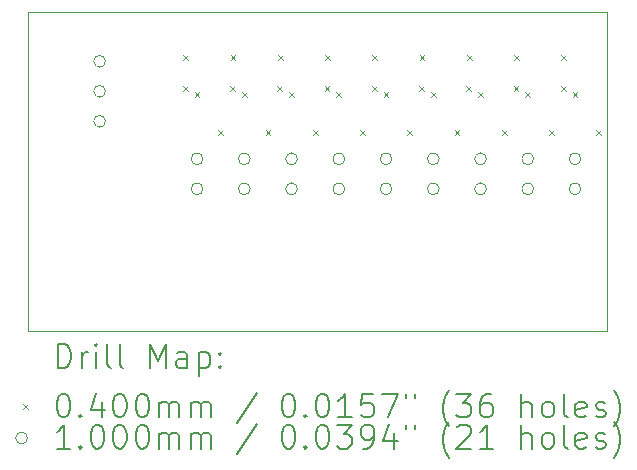
<source format=gbr>
%FSLAX45Y45*%
G04 Gerber Fmt 4.5, Leading zero omitted, Abs format (unit mm)*
G04 Created by KiCad (PCBNEW (6.0.2)) date 2022-02-22 17:34:32*
%MOMM*%
%LPD*%
G01*
G04 APERTURE LIST*
%TA.AperFunction,Profile*%
%ADD10C,0.100000*%
%TD*%
%ADD11C,0.200000*%
%ADD12C,0.040000*%
%ADD13C,0.100000*%
G04 APERTURE END LIST*
D10*
X2970000Y-5000000D02*
X7870000Y-5000000D01*
X7870000Y-5000000D02*
X7870000Y-7700000D01*
X7870000Y-7700000D02*
X2970000Y-7700000D01*
X2970000Y-7700000D02*
X2970000Y-5000000D01*
D11*
D12*
X4280000Y-5630000D02*
X4320000Y-5670000D01*
X4320000Y-5630000D02*
X4280000Y-5670000D01*
X4285000Y-5365000D02*
X4325000Y-5405000D01*
X4325000Y-5365000D02*
X4285000Y-5405000D01*
X4380000Y-5680000D02*
X4420000Y-5720000D01*
X4420000Y-5680000D02*
X4380000Y-5720000D01*
X4580000Y-6000000D02*
X4620000Y-6040000D01*
X4620000Y-6000000D02*
X4580000Y-6040000D01*
X4680000Y-5632500D02*
X4720000Y-5672500D01*
X4720000Y-5632500D02*
X4680000Y-5672500D01*
X4685000Y-5367500D02*
X4725000Y-5407500D01*
X4725000Y-5367500D02*
X4685000Y-5407500D01*
X4780000Y-5680000D02*
X4820000Y-5720000D01*
X4820000Y-5680000D02*
X4780000Y-5720000D01*
X4980000Y-6000000D02*
X5020000Y-6040000D01*
X5020000Y-6000000D02*
X4980000Y-6040000D01*
X5080000Y-5632500D02*
X5120000Y-5672500D01*
X5120000Y-5632500D02*
X5080000Y-5672500D01*
X5085000Y-5367500D02*
X5125000Y-5407500D01*
X5125000Y-5367500D02*
X5085000Y-5407500D01*
X5180000Y-5680000D02*
X5220000Y-5720000D01*
X5220000Y-5680000D02*
X5180000Y-5720000D01*
X5380000Y-6000000D02*
X5420000Y-6040000D01*
X5420000Y-6000000D02*
X5380000Y-6040000D01*
X5480000Y-5632500D02*
X5520000Y-5672500D01*
X5520000Y-5632500D02*
X5480000Y-5672500D01*
X5485000Y-5367500D02*
X5525000Y-5407500D01*
X5525000Y-5367500D02*
X5485000Y-5407500D01*
X5580000Y-5680000D02*
X5620000Y-5720000D01*
X5620000Y-5680000D02*
X5580000Y-5720000D01*
X5780000Y-6000000D02*
X5820000Y-6040000D01*
X5820000Y-6000000D02*
X5780000Y-6040000D01*
X5880000Y-5632500D02*
X5920000Y-5672500D01*
X5920000Y-5632500D02*
X5880000Y-5672500D01*
X5885000Y-5367500D02*
X5925000Y-5407500D01*
X5925000Y-5367500D02*
X5885000Y-5407500D01*
X5980000Y-5680000D02*
X6020000Y-5720000D01*
X6020000Y-5680000D02*
X5980000Y-5720000D01*
X6180000Y-6000000D02*
X6220000Y-6040000D01*
X6220000Y-6000000D02*
X6180000Y-6040000D01*
X6280000Y-5632500D02*
X6320000Y-5672500D01*
X6320000Y-5632500D02*
X6280000Y-5672500D01*
X6285000Y-5367500D02*
X6325000Y-5407500D01*
X6325000Y-5367500D02*
X6285000Y-5407500D01*
X6380000Y-5680000D02*
X6420000Y-5720000D01*
X6420000Y-5680000D02*
X6380000Y-5720000D01*
X6580000Y-6000000D02*
X6620000Y-6040000D01*
X6620000Y-6000000D02*
X6580000Y-6040000D01*
X6680000Y-5632500D02*
X6720000Y-5672500D01*
X6720000Y-5632500D02*
X6680000Y-5672500D01*
X6685000Y-5367500D02*
X6725000Y-5407500D01*
X6725000Y-5367500D02*
X6685000Y-5407500D01*
X6780000Y-5680000D02*
X6820000Y-5720000D01*
X6820000Y-5680000D02*
X6780000Y-5720000D01*
X6980000Y-6000000D02*
X7020000Y-6040000D01*
X7020000Y-6000000D02*
X6980000Y-6040000D01*
X7080000Y-5632500D02*
X7120000Y-5672500D01*
X7120000Y-5632500D02*
X7080000Y-5672500D01*
X7085000Y-5367500D02*
X7125000Y-5407500D01*
X7125000Y-5367500D02*
X7085000Y-5407500D01*
X7180000Y-5680000D02*
X7220000Y-5720000D01*
X7220000Y-5680000D02*
X7180000Y-5720000D01*
X7380000Y-6000000D02*
X7420000Y-6040000D01*
X7420000Y-6000000D02*
X7380000Y-6040000D01*
X7480000Y-5632500D02*
X7520000Y-5672500D01*
X7520000Y-5632500D02*
X7480000Y-5672500D01*
X7485000Y-5367500D02*
X7525000Y-5407500D01*
X7525000Y-5367500D02*
X7485000Y-5407500D01*
X7580000Y-5680000D02*
X7620000Y-5720000D01*
X7620000Y-5680000D02*
X7580000Y-5720000D01*
X7780000Y-6000000D02*
X7820000Y-6040000D01*
X7820000Y-6000000D02*
X7780000Y-6040000D01*
D13*
X3625000Y-5419500D02*
G75*
G03*
X3625000Y-5419500I-50000J0D01*
G01*
X3625000Y-5673500D02*
G75*
G03*
X3625000Y-5673500I-50000J0D01*
G01*
X3625000Y-5927500D02*
G75*
G03*
X3625000Y-5927500I-50000J0D01*
G01*
X4450000Y-6246000D02*
G75*
G03*
X4450000Y-6246000I-50000J0D01*
G01*
X4450000Y-6500000D02*
G75*
G03*
X4450000Y-6500000I-50000J0D01*
G01*
X4850000Y-6246000D02*
G75*
G03*
X4850000Y-6246000I-50000J0D01*
G01*
X4850000Y-6500000D02*
G75*
G03*
X4850000Y-6500000I-50000J0D01*
G01*
X5250000Y-6246000D02*
G75*
G03*
X5250000Y-6246000I-50000J0D01*
G01*
X5250000Y-6500000D02*
G75*
G03*
X5250000Y-6500000I-50000J0D01*
G01*
X5650000Y-6246000D02*
G75*
G03*
X5650000Y-6246000I-50000J0D01*
G01*
X5650000Y-6500000D02*
G75*
G03*
X5650000Y-6500000I-50000J0D01*
G01*
X6050000Y-6246000D02*
G75*
G03*
X6050000Y-6246000I-50000J0D01*
G01*
X6050000Y-6500000D02*
G75*
G03*
X6050000Y-6500000I-50000J0D01*
G01*
X6450000Y-6246000D02*
G75*
G03*
X6450000Y-6246000I-50000J0D01*
G01*
X6450000Y-6500000D02*
G75*
G03*
X6450000Y-6500000I-50000J0D01*
G01*
X6850000Y-6246000D02*
G75*
G03*
X6850000Y-6246000I-50000J0D01*
G01*
X6850000Y-6500000D02*
G75*
G03*
X6850000Y-6500000I-50000J0D01*
G01*
X7250000Y-6246000D02*
G75*
G03*
X7250000Y-6246000I-50000J0D01*
G01*
X7250000Y-6500000D02*
G75*
G03*
X7250000Y-6500000I-50000J0D01*
G01*
X7650000Y-6246000D02*
G75*
G03*
X7650000Y-6246000I-50000J0D01*
G01*
X7650000Y-6500000D02*
G75*
G03*
X7650000Y-6500000I-50000J0D01*
G01*
D11*
X3222619Y-8015476D02*
X3222619Y-7815476D01*
X3270238Y-7815476D01*
X3298809Y-7825000D01*
X3317857Y-7844048D01*
X3327381Y-7863095D01*
X3336905Y-7901190D01*
X3336905Y-7929762D01*
X3327381Y-7967857D01*
X3317857Y-7986905D01*
X3298809Y-8005952D01*
X3270238Y-8015476D01*
X3222619Y-8015476D01*
X3422619Y-8015476D02*
X3422619Y-7882143D01*
X3422619Y-7920238D02*
X3432143Y-7901190D01*
X3441667Y-7891667D01*
X3460714Y-7882143D01*
X3479762Y-7882143D01*
X3546428Y-8015476D02*
X3546428Y-7882143D01*
X3546428Y-7815476D02*
X3536905Y-7825000D01*
X3546428Y-7834524D01*
X3555952Y-7825000D01*
X3546428Y-7815476D01*
X3546428Y-7834524D01*
X3670238Y-8015476D02*
X3651190Y-8005952D01*
X3641667Y-7986905D01*
X3641667Y-7815476D01*
X3775000Y-8015476D02*
X3755952Y-8005952D01*
X3746428Y-7986905D01*
X3746428Y-7815476D01*
X4003571Y-8015476D02*
X4003571Y-7815476D01*
X4070238Y-7958333D01*
X4136905Y-7815476D01*
X4136905Y-8015476D01*
X4317857Y-8015476D02*
X4317857Y-7910714D01*
X4308333Y-7891667D01*
X4289286Y-7882143D01*
X4251190Y-7882143D01*
X4232143Y-7891667D01*
X4317857Y-8005952D02*
X4298810Y-8015476D01*
X4251190Y-8015476D01*
X4232143Y-8005952D01*
X4222619Y-7986905D01*
X4222619Y-7967857D01*
X4232143Y-7948809D01*
X4251190Y-7939286D01*
X4298810Y-7939286D01*
X4317857Y-7929762D01*
X4413095Y-7882143D02*
X4413095Y-8082143D01*
X4413095Y-7891667D02*
X4432143Y-7882143D01*
X4470238Y-7882143D01*
X4489286Y-7891667D01*
X4498810Y-7901190D01*
X4508333Y-7920238D01*
X4508333Y-7977381D01*
X4498810Y-7996428D01*
X4489286Y-8005952D01*
X4470238Y-8015476D01*
X4432143Y-8015476D01*
X4413095Y-8005952D01*
X4594048Y-7996428D02*
X4603571Y-8005952D01*
X4594048Y-8015476D01*
X4584524Y-8005952D01*
X4594048Y-7996428D01*
X4594048Y-8015476D01*
X4594048Y-7891667D02*
X4603571Y-7901190D01*
X4594048Y-7910714D01*
X4584524Y-7901190D01*
X4594048Y-7891667D01*
X4594048Y-7910714D01*
D12*
X2925000Y-8325000D02*
X2965000Y-8365000D01*
X2965000Y-8325000D02*
X2925000Y-8365000D01*
D11*
X3260714Y-8235476D02*
X3279762Y-8235476D01*
X3298809Y-8245000D01*
X3308333Y-8254524D01*
X3317857Y-8273571D01*
X3327381Y-8311667D01*
X3327381Y-8359286D01*
X3317857Y-8397381D01*
X3308333Y-8416429D01*
X3298809Y-8425952D01*
X3279762Y-8435476D01*
X3260714Y-8435476D01*
X3241667Y-8425952D01*
X3232143Y-8416429D01*
X3222619Y-8397381D01*
X3213095Y-8359286D01*
X3213095Y-8311667D01*
X3222619Y-8273571D01*
X3232143Y-8254524D01*
X3241667Y-8245000D01*
X3260714Y-8235476D01*
X3413095Y-8416429D02*
X3422619Y-8425952D01*
X3413095Y-8435476D01*
X3403571Y-8425952D01*
X3413095Y-8416429D01*
X3413095Y-8435476D01*
X3594048Y-8302143D02*
X3594048Y-8435476D01*
X3546428Y-8225952D02*
X3498809Y-8368809D01*
X3622619Y-8368809D01*
X3736905Y-8235476D02*
X3755952Y-8235476D01*
X3775000Y-8245000D01*
X3784524Y-8254524D01*
X3794048Y-8273571D01*
X3803571Y-8311667D01*
X3803571Y-8359286D01*
X3794048Y-8397381D01*
X3784524Y-8416429D01*
X3775000Y-8425952D01*
X3755952Y-8435476D01*
X3736905Y-8435476D01*
X3717857Y-8425952D01*
X3708333Y-8416429D01*
X3698809Y-8397381D01*
X3689286Y-8359286D01*
X3689286Y-8311667D01*
X3698809Y-8273571D01*
X3708333Y-8254524D01*
X3717857Y-8245000D01*
X3736905Y-8235476D01*
X3927381Y-8235476D02*
X3946428Y-8235476D01*
X3965476Y-8245000D01*
X3975000Y-8254524D01*
X3984524Y-8273571D01*
X3994048Y-8311667D01*
X3994048Y-8359286D01*
X3984524Y-8397381D01*
X3975000Y-8416429D01*
X3965476Y-8425952D01*
X3946428Y-8435476D01*
X3927381Y-8435476D01*
X3908333Y-8425952D01*
X3898809Y-8416429D01*
X3889286Y-8397381D01*
X3879762Y-8359286D01*
X3879762Y-8311667D01*
X3889286Y-8273571D01*
X3898809Y-8254524D01*
X3908333Y-8245000D01*
X3927381Y-8235476D01*
X4079762Y-8435476D02*
X4079762Y-8302143D01*
X4079762Y-8321190D02*
X4089286Y-8311667D01*
X4108333Y-8302143D01*
X4136905Y-8302143D01*
X4155952Y-8311667D01*
X4165476Y-8330714D01*
X4165476Y-8435476D01*
X4165476Y-8330714D02*
X4175000Y-8311667D01*
X4194048Y-8302143D01*
X4222619Y-8302143D01*
X4241667Y-8311667D01*
X4251190Y-8330714D01*
X4251190Y-8435476D01*
X4346429Y-8435476D02*
X4346429Y-8302143D01*
X4346429Y-8321190D02*
X4355952Y-8311667D01*
X4375000Y-8302143D01*
X4403571Y-8302143D01*
X4422619Y-8311667D01*
X4432143Y-8330714D01*
X4432143Y-8435476D01*
X4432143Y-8330714D02*
X4441667Y-8311667D01*
X4460714Y-8302143D01*
X4489286Y-8302143D01*
X4508333Y-8311667D01*
X4517857Y-8330714D01*
X4517857Y-8435476D01*
X4908333Y-8225952D02*
X4736905Y-8483095D01*
X5165476Y-8235476D02*
X5184524Y-8235476D01*
X5203571Y-8245000D01*
X5213095Y-8254524D01*
X5222619Y-8273571D01*
X5232143Y-8311667D01*
X5232143Y-8359286D01*
X5222619Y-8397381D01*
X5213095Y-8416429D01*
X5203571Y-8425952D01*
X5184524Y-8435476D01*
X5165476Y-8435476D01*
X5146429Y-8425952D01*
X5136905Y-8416429D01*
X5127381Y-8397381D01*
X5117857Y-8359286D01*
X5117857Y-8311667D01*
X5127381Y-8273571D01*
X5136905Y-8254524D01*
X5146429Y-8245000D01*
X5165476Y-8235476D01*
X5317857Y-8416429D02*
X5327381Y-8425952D01*
X5317857Y-8435476D01*
X5308333Y-8425952D01*
X5317857Y-8416429D01*
X5317857Y-8435476D01*
X5451190Y-8235476D02*
X5470238Y-8235476D01*
X5489286Y-8245000D01*
X5498810Y-8254524D01*
X5508333Y-8273571D01*
X5517857Y-8311667D01*
X5517857Y-8359286D01*
X5508333Y-8397381D01*
X5498810Y-8416429D01*
X5489286Y-8425952D01*
X5470238Y-8435476D01*
X5451190Y-8435476D01*
X5432143Y-8425952D01*
X5422619Y-8416429D01*
X5413095Y-8397381D01*
X5403571Y-8359286D01*
X5403571Y-8311667D01*
X5413095Y-8273571D01*
X5422619Y-8254524D01*
X5432143Y-8245000D01*
X5451190Y-8235476D01*
X5708333Y-8435476D02*
X5594048Y-8435476D01*
X5651190Y-8435476D02*
X5651190Y-8235476D01*
X5632143Y-8264048D01*
X5613095Y-8283095D01*
X5594048Y-8292619D01*
X5889286Y-8235476D02*
X5794048Y-8235476D01*
X5784524Y-8330714D01*
X5794048Y-8321190D01*
X5813095Y-8311667D01*
X5860714Y-8311667D01*
X5879762Y-8321190D01*
X5889286Y-8330714D01*
X5898809Y-8349762D01*
X5898809Y-8397381D01*
X5889286Y-8416429D01*
X5879762Y-8425952D01*
X5860714Y-8435476D01*
X5813095Y-8435476D01*
X5794048Y-8425952D01*
X5784524Y-8416429D01*
X5965476Y-8235476D02*
X6098809Y-8235476D01*
X6013095Y-8435476D01*
X6165476Y-8235476D02*
X6165476Y-8273571D01*
X6241667Y-8235476D02*
X6241667Y-8273571D01*
X6536905Y-8511667D02*
X6527381Y-8502143D01*
X6508333Y-8473571D01*
X6498809Y-8454524D01*
X6489286Y-8425952D01*
X6479762Y-8378333D01*
X6479762Y-8340238D01*
X6489286Y-8292619D01*
X6498809Y-8264048D01*
X6508333Y-8245000D01*
X6527381Y-8216428D01*
X6536905Y-8206905D01*
X6594048Y-8235476D02*
X6717857Y-8235476D01*
X6651190Y-8311667D01*
X6679762Y-8311667D01*
X6698809Y-8321190D01*
X6708333Y-8330714D01*
X6717857Y-8349762D01*
X6717857Y-8397381D01*
X6708333Y-8416429D01*
X6698809Y-8425952D01*
X6679762Y-8435476D01*
X6622619Y-8435476D01*
X6603571Y-8425952D01*
X6594048Y-8416429D01*
X6889286Y-8235476D02*
X6851190Y-8235476D01*
X6832143Y-8245000D01*
X6822619Y-8254524D01*
X6803571Y-8283095D01*
X6794048Y-8321190D01*
X6794048Y-8397381D01*
X6803571Y-8416429D01*
X6813095Y-8425952D01*
X6832143Y-8435476D01*
X6870238Y-8435476D01*
X6889286Y-8425952D01*
X6898809Y-8416429D01*
X6908333Y-8397381D01*
X6908333Y-8349762D01*
X6898809Y-8330714D01*
X6889286Y-8321190D01*
X6870238Y-8311667D01*
X6832143Y-8311667D01*
X6813095Y-8321190D01*
X6803571Y-8330714D01*
X6794048Y-8349762D01*
X7146428Y-8435476D02*
X7146428Y-8235476D01*
X7232143Y-8435476D02*
X7232143Y-8330714D01*
X7222619Y-8311667D01*
X7203571Y-8302143D01*
X7175000Y-8302143D01*
X7155952Y-8311667D01*
X7146428Y-8321190D01*
X7355952Y-8435476D02*
X7336905Y-8425952D01*
X7327381Y-8416429D01*
X7317857Y-8397381D01*
X7317857Y-8340238D01*
X7327381Y-8321190D01*
X7336905Y-8311667D01*
X7355952Y-8302143D01*
X7384524Y-8302143D01*
X7403571Y-8311667D01*
X7413095Y-8321190D01*
X7422619Y-8340238D01*
X7422619Y-8397381D01*
X7413095Y-8416429D01*
X7403571Y-8425952D01*
X7384524Y-8435476D01*
X7355952Y-8435476D01*
X7536905Y-8435476D02*
X7517857Y-8425952D01*
X7508333Y-8406905D01*
X7508333Y-8235476D01*
X7689286Y-8425952D02*
X7670238Y-8435476D01*
X7632143Y-8435476D01*
X7613095Y-8425952D01*
X7603571Y-8406905D01*
X7603571Y-8330714D01*
X7613095Y-8311667D01*
X7632143Y-8302143D01*
X7670238Y-8302143D01*
X7689286Y-8311667D01*
X7698809Y-8330714D01*
X7698809Y-8349762D01*
X7603571Y-8368809D01*
X7775000Y-8425952D02*
X7794048Y-8435476D01*
X7832143Y-8435476D01*
X7851190Y-8425952D01*
X7860714Y-8406905D01*
X7860714Y-8397381D01*
X7851190Y-8378333D01*
X7832143Y-8368809D01*
X7803571Y-8368809D01*
X7784524Y-8359286D01*
X7775000Y-8340238D01*
X7775000Y-8330714D01*
X7784524Y-8311667D01*
X7803571Y-8302143D01*
X7832143Y-8302143D01*
X7851190Y-8311667D01*
X7927381Y-8511667D02*
X7936905Y-8502143D01*
X7955952Y-8473571D01*
X7965476Y-8454524D01*
X7975000Y-8425952D01*
X7984524Y-8378333D01*
X7984524Y-8340238D01*
X7975000Y-8292619D01*
X7965476Y-8264048D01*
X7955952Y-8245000D01*
X7936905Y-8216428D01*
X7927381Y-8206905D01*
D13*
X2965000Y-8609000D02*
G75*
G03*
X2965000Y-8609000I-50000J0D01*
G01*
D11*
X3327381Y-8699476D02*
X3213095Y-8699476D01*
X3270238Y-8699476D02*
X3270238Y-8499476D01*
X3251190Y-8528048D01*
X3232143Y-8547095D01*
X3213095Y-8556619D01*
X3413095Y-8680429D02*
X3422619Y-8689952D01*
X3413095Y-8699476D01*
X3403571Y-8689952D01*
X3413095Y-8680429D01*
X3413095Y-8699476D01*
X3546428Y-8499476D02*
X3565476Y-8499476D01*
X3584524Y-8509000D01*
X3594048Y-8518524D01*
X3603571Y-8537571D01*
X3613095Y-8575667D01*
X3613095Y-8623286D01*
X3603571Y-8661381D01*
X3594048Y-8680429D01*
X3584524Y-8689952D01*
X3565476Y-8699476D01*
X3546428Y-8699476D01*
X3527381Y-8689952D01*
X3517857Y-8680429D01*
X3508333Y-8661381D01*
X3498809Y-8623286D01*
X3498809Y-8575667D01*
X3508333Y-8537571D01*
X3517857Y-8518524D01*
X3527381Y-8509000D01*
X3546428Y-8499476D01*
X3736905Y-8499476D02*
X3755952Y-8499476D01*
X3775000Y-8509000D01*
X3784524Y-8518524D01*
X3794048Y-8537571D01*
X3803571Y-8575667D01*
X3803571Y-8623286D01*
X3794048Y-8661381D01*
X3784524Y-8680429D01*
X3775000Y-8689952D01*
X3755952Y-8699476D01*
X3736905Y-8699476D01*
X3717857Y-8689952D01*
X3708333Y-8680429D01*
X3698809Y-8661381D01*
X3689286Y-8623286D01*
X3689286Y-8575667D01*
X3698809Y-8537571D01*
X3708333Y-8518524D01*
X3717857Y-8509000D01*
X3736905Y-8499476D01*
X3927381Y-8499476D02*
X3946428Y-8499476D01*
X3965476Y-8509000D01*
X3975000Y-8518524D01*
X3984524Y-8537571D01*
X3994048Y-8575667D01*
X3994048Y-8623286D01*
X3984524Y-8661381D01*
X3975000Y-8680429D01*
X3965476Y-8689952D01*
X3946428Y-8699476D01*
X3927381Y-8699476D01*
X3908333Y-8689952D01*
X3898809Y-8680429D01*
X3889286Y-8661381D01*
X3879762Y-8623286D01*
X3879762Y-8575667D01*
X3889286Y-8537571D01*
X3898809Y-8518524D01*
X3908333Y-8509000D01*
X3927381Y-8499476D01*
X4079762Y-8699476D02*
X4079762Y-8566143D01*
X4079762Y-8585190D02*
X4089286Y-8575667D01*
X4108333Y-8566143D01*
X4136905Y-8566143D01*
X4155952Y-8575667D01*
X4165476Y-8594714D01*
X4165476Y-8699476D01*
X4165476Y-8594714D02*
X4175000Y-8575667D01*
X4194048Y-8566143D01*
X4222619Y-8566143D01*
X4241667Y-8575667D01*
X4251190Y-8594714D01*
X4251190Y-8699476D01*
X4346429Y-8699476D02*
X4346429Y-8566143D01*
X4346429Y-8585190D02*
X4355952Y-8575667D01*
X4375000Y-8566143D01*
X4403571Y-8566143D01*
X4422619Y-8575667D01*
X4432143Y-8594714D01*
X4432143Y-8699476D01*
X4432143Y-8594714D02*
X4441667Y-8575667D01*
X4460714Y-8566143D01*
X4489286Y-8566143D01*
X4508333Y-8575667D01*
X4517857Y-8594714D01*
X4517857Y-8699476D01*
X4908333Y-8489952D02*
X4736905Y-8747095D01*
X5165476Y-8499476D02*
X5184524Y-8499476D01*
X5203571Y-8509000D01*
X5213095Y-8518524D01*
X5222619Y-8537571D01*
X5232143Y-8575667D01*
X5232143Y-8623286D01*
X5222619Y-8661381D01*
X5213095Y-8680429D01*
X5203571Y-8689952D01*
X5184524Y-8699476D01*
X5165476Y-8699476D01*
X5146429Y-8689952D01*
X5136905Y-8680429D01*
X5127381Y-8661381D01*
X5117857Y-8623286D01*
X5117857Y-8575667D01*
X5127381Y-8537571D01*
X5136905Y-8518524D01*
X5146429Y-8509000D01*
X5165476Y-8499476D01*
X5317857Y-8680429D02*
X5327381Y-8689952D01*
X5317857Y-8699476D01*
X5308333Y-8689952D01*
X5317857Y-8680429D01*
X5317857Y-8699476D01*
X5451190Y-8499476D02*
X5470238Y-8499476D01*
X5489286Y-8509000D01*
X5498810Y-8518524D01*
X5508333Y-8537571D01*
X5517857Y-8575667D01*
X5517857Y-8623286D01*
X5508333Y-8661381D01*
X5498810Y-8680429D01*
X5489286Y-8689952D01*
X5470238Y-8699476D01*
X5451190Y-8699476D01*
X5432143Y-8689952D01*
X5422619Y-8680429D01*
X5413095Y-8661381D01*
X5403571Y-8623286D01*
X5403571Y-8575667D01*
X5413095Y-8537571D01*
X5422619Y-8518524D01*
X5432143Y-8509000D01*
X5451190Y-8499476D01*
X5584524Y-8499476D02*
X5708333Y-8499476D01*
X5641667Y-8575667D01*
X5670238Y-8575667D01*
X5689286Y-8585190D01*
X5698809Y-8594714D01*
X5708333Y-8613762D01*
X5708333Y-8661381D01*
X5698809Y-8680429D01*
X5689286Y-8689952D01*
X5670238Y-8699476D01*
X5613095Y-8699476D01*
X5594048Y-8689952D01*
X5584524Y-8680429D01*
X5803571Y-8699476D02*
X5841667Y-8699476D01*
X5860714Y-8689952D01*
X5870238Y-8680429D01*
X5889286Y-8651857D01*
X5898809Y-8613762D01*
X5898809Y-8537571D01*
X5889286Y-8518524D01*
X5879762Y-8509000D01*
X5860714Y-8499476D01*
X5822619Y-8499476D01*
X5803571Y-8509000D01*
X5794048Y-8518524D01*
X5784524Y-8537571D01*
X5784524Y-8585190D01*
X5794048Y-8604238D01*
X5803571Y-8613762D01*
X5822619Y-8623286D01*
X5860714Y-8623286D01*
X5879762Y-8613762D01*
X5889286Y-8604238D01*
X5898809Y-8585190D01*
X6070238Y-8566143D02*
X6070238Y-8699476D01*
X6022619Y-8489952D02*
X5975000Y-8632810D01*
X6098809Y-8632810D01*
X6165476Y-8499476D02*
X6165476Y-8537571D01*
X6241667Y-8499476D02*
X6241667Y-8537571D01*
X6536905Y-8775667D02*
X6527381Y-8766143D01*
X6508333Y-8737571D01*
X6498809Y-8718524D01*
X6489286Y-8689952D01*
X6479762Y-8642333D01*
X6479762Y-8604238D01*
X6489286Y-8556619D01*
X6498809Y-8528048D01*
X6508333Y-8509000D01*
X6527381Y-8480429D01*
X6536905Y-8470905D01*
X6603571Y-8518524D02*
X6613095Y-8509000D01*
X6632143Y-8499476D01*
X6679762Y-8499476D01*
X6698809Y-8509000D01*
X6708333Y-8518524D01*
X6717857Y-8537571D01*
X6717857Y-8556619D01*
X6708333Y-8585190D01*
X6594048Y-8699476D01*
X6717857Y-8699476D01*
X6908333Y-8699476D02*
X6794048Y-8699476D01*
X6851190Y-8699476D02*
X6851190Y-8499476D01*
X6832143Y-8528048D01*
X6813095Y-8547095D01*
X6794048Y-8556619D01*
X7146428Y-8699476D02*
X7146428Y-8499476D01*
X7232143Y-8699476D02*
X7232143Y-8594714D01*
X7222619Y-8575667D01*
X7203571Y-8566143D01*
X7175000Y-8566143D01*
X7155952Y-8575667D01*
X7146428Y-8585190D01*
X7355952Y-8699476D02*
X7336905Y-8689952D01*
X7327381Y-8680429D01*
X7317857Y-8661381D01*
X7317857Y-8604238D01*
X7327381Y-8585190D01*
X7336905Y-8575667D01*
X7355952Y-8566143D01*
X7384524Y-8566143D01*
X7403571Y-8575667D01*
X7413095Y-8585190D01*
X7422619Y-8604238D01*
X7422619Y-8661381D01*
X7413095Y-8680429D01*
X7403571Y-8689952D01*
X7384524Y-8699476D01*
X7355952Y-8699476D01*
X7536905Y-8699476D02*
X7517857Y-8689952D01*
X7508333Y-8670905D01*
X7508333Y-8499476D01*
X7689286Y-8689952D02*
X7670238Y-8699476D01*
X7632143Y-8699476D01*
X7613095Y-8689952D01*
X7603571Y-8670905D01*
X7603571Y-8594714D01*
X7613095Y-8575667D01*
X7632143Y-8566143D01*
X7670238Y-8566143D01*
X7689286Y-8575667D01*
X7698809Y-8594714D01*
X7698809Y-8613762D01*
X7603571Y-8632810D01*
X7775000Y-8689952D02*
X7794048Y-8699476D01*
X7832143Y-8699476D01*
X7851190Y-8689952D01*
X7860714Y-8670905D01*
X7860714Y-8661381D01*
X7851190Y-8642333D01*
X7832143Y-8632810D01*
X7803571Y-8632810D01*
X7784524Y-8623286D01*
X7775000Y-8604238D01*
X7775000Y-8594714D01*
X7784524Y-8575667D01*
X7803571Y-8566143D01*
X7832143Y-8566143D01*
X7851190Y-8575667D01*
X7927381Y-8775667D02*
X7936905Y-8766143D01*
X7955952Y-8737571D01*
X7965476Y-8718524D01*
X7975000Y-8689952D01*
X7984524Y-8642333D01*
X7984524Y-8604238D01*
X7975000Y-8556619D01*
X7965476Y-8528048D01*
X7955952Y-8509000D01*
X7936905Y-8480429D01*
X7927381Y-8470905D01*
M02*

</source>
